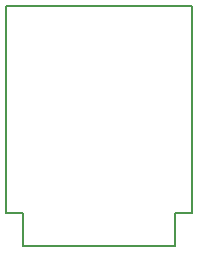
<source format=gbr>
%TF.GenerationSoftware,KiCad,Pcbnew,9.0.5*%
%TF.CreationDate,2025-11-15T13:20:05-05:00*%
%TF.ProjectId,LearningTest2,4c656172-6e69-46e6-9754-657374322e6b,rev?*%
%TF.SameCoordinates,Original*%
%TF.FileFunction,Profile,NP*%
%FSLAX46Y46*%
G04 Gerber Fmt 4.6, Leading zero omitted, Abs format (unit mm)*
G04 Created by KiCad (PCBNEW 9.0.5) date 2025-11-15 13:20:05*
%MOMM*%
%LPD*%
G01*
G04 APERTURE LIST*
%TA.AperFunction,Profile*%
%ADD10C,0.150000*%
%TD*%
G04 APERTURE END LIST*
D10*
%TO.C,U1*%
X0Y0D02*
X0Y-17500000D01*
X1500000Y-17500000D02*
X0Y-17500000D01*
X1500000Y-20300000D02*
X1500000Y-17500000D01*
X14300000Y-17500000D02*
X15800000Y-17500000D01*
X14300000Y-20300000D02*
X1500000Y-20300000D01*
X14300000Y-20300000D02*
X14300000Y-17500000D01*
X15800000Y0D02*
X0Y0D01*
X15800000Y-17500000D02*
X15800000Y0D01*
%TD*%
M02*

</source>
